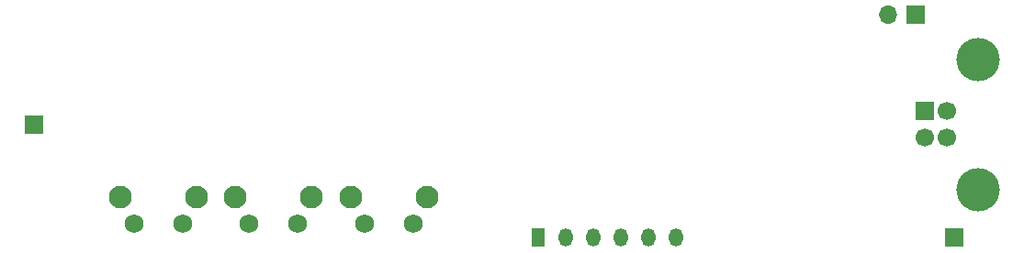
<source format=gbs>
%TF.GenerationSoftware,KiCad,Pcbnew,(5.1.10)-1*%
%TF.CreationDate,2021-09-27T23:11:59+02:00*%
%TF.ProjectId,MLGC210815,4d4c4743-3231-4303-9831-352e6b696361,rev?*%
%TF.SameCoordinates,Original*%
%TF.FileFunction,Soldermask,Bot*%
%TF.FilePolarity,Negative*%
%FSLAX46Y46*%
G04 Gerber Fmt 4.6, Leading zero omitted, Abs format (unit mm)*
G04 Created by KiCad (PCBNEW (5.1.10)-1) date 2021-09-27 23:11:59*
%MOMM*%
%LPD*%
G01*
G04 APERTURE LIST*
%ADD10R,1.700000X1.700000*%
%ADD11O,1.700000X1.700000*%
%ADD12R,1.300000X1.700000*%
%ADD13O,1.300000X1.700000*%
%ADD14C,2.100000*%
%ADD15C,1.750000*%
%ADD16C,1.700000*%
%ADD17C,4.000000*%
G04 APERTURE END LIST*
D10*
%TO.C,J5*%
X87122000Y22098000D03*
D11*
X84582000Y22098000D03*
%TD*%
D10*
%TO.C,J4*%
X5842000Y11938000D03*
%TD*%
%TO.C,J3*%
X90678000Y1524000D03*
%TD*%
D12*
%TO.C,J1*%
X52324000Y1549400D03*
D13*
X54864000Y1549400D03*
X57404000Y1549400D03*
X59944000Y1549400D03*
X62484000Y1549400D03*
X65024000Y1549400D03*
%TD*%
D14*
%TO.C,SW3*%
X24430000Y5309400D03*
D15*
X25690000Y2819400D03*
X30190000Y2819400D03*
D14*
X31440000Y5309400D03*
%TD*%
%TO.C,SW2*%
X35098000Y5309400D03*
D15*
X36358000Y2819400D03*
X40858000Y2819400D03*
D14*
X42108000Y5309400D03*
%TD*%
%TO.C,SW1*%
X13863600Y5309400D03*
D15*
X15123600Y2819400D03*
X19623600Y2819400D03*
D14*
X20873600Y5309400D03*
%TD*%
D10*
%TO.C,J2*%
X88036000Y13250000D03*
D16*
X88036000Y10750000D03*
X90036000Y10750000D03*
X90036000Y13250000D03*
D17*
X92896000Y6000000D03*
X92896000Y18000000D03*
%TD*%
M02*

</source>
